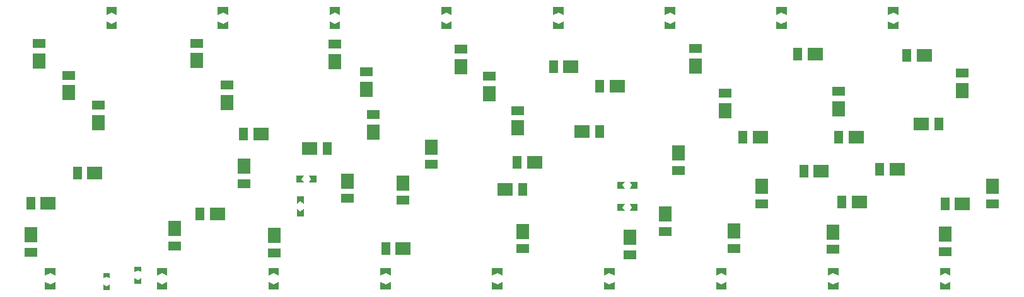
<source format=gtp>
G04 Layer_Color=8421504*
%FSLAX24Y24*%
%MOIN*%
G70*
G01*
G75*
%ADD12R,0.0709X0.0827*%
%ADD13R,0.0709X0.0512*%
%ADD14R,0.0827X0.0709*%
%ADD15R,0.0512X0.0709*%
G36*
X61329Y38848D02*
X61053Y38976D01*
X60778Y38848D01*
Y39262D01*
X61329D01*
Y38848D01*
D02*
G37*
G36*
X55413D02*
X55138Y38976D01*
X54862Y38848D01*
Y39262D01*
X55413D01*
Y38848D01*
D02*
G37*
G36*
X49528D02*
X49252Y38976D01*
X48976Y38848D01*
Y39262D01*
X49528D01*
Y38848D01*
D02*
G37*
G36*
X43622D02*
X43346Y38976D01*
X43071Y38848D01*
Y39262D01*
X43622D01*
Y38848D01*
D02*
G37*
G36*
X37697D02*
X37421Y38976D01*
X37146Y38848D01*
Y39262D01*
X37697D01*
Y38848D01*
D02*
G37*
G36*
X31811D02*
X31535Y38976D01*
X31260Y38848D01*
Y39262D01*
X31811D01*
Y38848D01*
D02*
G37*
G36*
X25896D02*
X25620Y38976D01*
X25344Y38848D01*
Y39262D01*
X25896D01*
Y38848D01*
D02*
G37*
G36*
X20010D02*
X19734Y38976D01*
X19459Y38848D01*
Y39262D01*
X20010D01*
Y38848D01*
D02*
G37*
G36*
X61329Y38100D02*
X60778D01*
Y38514D01*
X61053Y38386D01*
X61329Y38514D01*
Y38100D01*
D02*
G37*
G36*
X55413D02*
X54862D01*
Y38514D01*
X55138Y38386D01*
X55413Y38514D01*
Y38100D01*
D02*
G37*
G36*
X49528D02*
X48976D01*
Y38514D01*
X49252Y38386D01*
X49528Y38514D01*
Y38100D01*
D02*
G37*
G36*
X43622D02*
X43071D01*
Y38514D01*
X43346Y38386D01*
X43622Y38514D01*
Y38100D01*
D02*
G37*
G36*
X37697D02*
X37146D01*
Y38514D01*
X37421Y38386D01*
X37697Y38514D01*
Y38100D01*
D02*
G37*
G36*
X31811D02*
X31260D01*
Y38514D01*
X31535Y38386D01*
X31811Y38514D01*
Y38100D01*
D02*
G37*
G36*
X25896D02*
X25344D01*
Y38514D01*
X25620Y38386D01*
X25896Y38514D01*
Y38100D01*
D02*
G37*
G36*
X20010D02*
X19459D01*
Y38514D01*
X19734Y38386D01*
X20010Y38514D01*
Y38100D01*
D02*
G37*
G36*
X30551Y29970D02*
X30157D01*
X30276Y30148D01*
X30157Y30325D01*
X30551D01*
Y29970D01*
D02*
G37*
G36*
X29764Y30148D02*
X29882Y29970D01*
X29488D01*
Y30325D01*
X29882D01*
X29764Y30148D01*
D02*
G37*
G36*
X47520Y29656D02*
X47126D01*
X47244Y29833D01*
X47126Y30010D01*
X47520D01*
Y29656D01*
D02*
G37*
G36*
X46732Y29833D02*
X46850Y29656D01*
X46457D01*
Y30010D01*
X46850D01*
X46732Y29833D01*
D02*
G37*
G36*
X29882Y28848D02*
X29705Y28967D01*
X29528Y28848D01*
Y29242D01*
X29882D01*
Y28848D01*
D02*
G37*
G36*
X47520Y28474D02*
X47126D01*
X47244Y28652D01*
X47126Y28829D01*
X47520D01*
Y28474D01*
D02*
G37*
G36*
X46732Y28652D02*
X46850Y28474D01*
X46457D01*
Y28829D01*
X46850D01*
X46732Y28652D01*
D02*
G37*
G36*
X29882Y28179D02*
X29528D01*
Y28573D01*
X29705Y28455D01*
X29882Y28573D01*
Y28179D01*
D02*
G37*
G36*
X21289Y25226D02*
X21112Y25305D01*
X20935Y25226D01*
Y25502D01*
X21289D01*
Y25226D01*
D02*
G37*
G36*
X64065Y25039D02*
X63789Y25167D01*
X63514Y25039D01*
Y25453D01*
X64065D01*
Y25039D01*
D02*
G37*
G36*
X58150D02*
X57874Y25167D01*
X57598Y25039D01*
Y25453D01*
X58150D01*
Y25039D01*
D02*
G37*
G36*
X52234D02*
X51959Y25167D01*
X51683Y25039D01*
Y25453D01*
X52234D01*
Y25039D01*
D02*
G37*
G36*
X46319D02*
X46043Y25167D01*
X45768Y25039D01*
Y25453D01*
X46319D01*
Y25039D01*
D02*
G37*
G36*
X40394D02*
X40118Y25167D01*
X39843Y25039D01*
Y25453D01*
X40394D01*
Y25039D01*
D02*
G37*
G36*
X34488D02*
X34213Y25167D01*
X33937Y25039D01*
Y25453D01*
X34488D01*
Y25039D01*
D02*
G37*
G36*
X28573D02*
X28297Y25167D01*
X28022Y25039D01*
Y25453D01*
X28573D01*
Y25039D01*
D02*
G37*
G36*
X22667D02*
X22392Y25167D01*
X22116Y25039D01*
Y25453D01*
X22667D01*
Y25039D01*
D02*
G37*
G36*
X16762D02*
X16486Y25167D01*
X16211Y25039D01*
Y25453D01*
X16762D01*
Y25039D01*
D02*
G37*
G36*
X19636Y24892D02*
X19459Y24970D01*
X19282Y24892D01*
Y25167D01*
X19636D01*
Y24892D01*
D02*
G37*
G36*
X21289Y24616D02*
X20935D01*
Y24892D01*
X21112Y24813D01*
X21289Y24892D01*
Y24616D01*
D02*
G37*
G36*
X64065Y24291D02*
X63514D01*
Y24705D01*
X63789Y24577D01*
X64065Y24705D01*
Y24291D01*
D02*
G37*
G36*
X58150D02*
X57598D01*
Y24705D01*
X57874Y24577D01*
X58150Y24705D01*
Y24291D01*
D02*
G37*
G36*
X52234D02*
X51683D01*
Y24705D01*
X51959Y24577D01*
X52234Y24705D01*
Y24291D01*
D02*
G37*
G36*
X46319D02*
X45768D01*
Y24705D01*
X46043Y24577D01*
X46319Y24705D01*
Y24291D01*
D02*
G37*
G36*
X40394D02*
X39843D01*
Y24705D01*
X40118Y24577D01*
X40394Y24705D01*
Y24291D01*
D02*
G37*
G36*
X34488D02*
X33937D01*
Y24705D01*
X34213Y24577D01*
X34488Y24705D01*
Y24291D01*
D02*
G37*
G36*
X28573D02*
X28022D01*
Y24705D01*
X28297Y24577D01*
X28573Y24705D01*
Y24291D01*
D02*
G37*
G36*
X22667D02*
X22116D01*
Y24705D01*
X22392Y24577D01*
X22667Y24705D01*
Y24291D01*
D02*
G37*
G36*
X16762D02*
X16211D01*
Y24705D01*
X16486Y24577D01*
X16762Y24705D01*
Y24291D01*
D02*
G37*
G36*
X19636Y24281D02*
X19282D01*
Y24557D01*
X19459Y24478D01*
X19636Y24557D01*
Y24281D01*
D02*
G37*
D12*
X26713Y30837D02*
D03*
X41191Y32864D02*
D03*
X63780Y27224D02*
D03*
X57874Y27352D02*
D03*
X52628Y27411D02*
D03*
X47126Y27057D02*
D03*
X41476Y27382D02*
D03*
X28317Y27165D02*
D03*
X54094Y29764D02*
D03*
X49006Y28307D02*
D03*
X35138Y29951D02*
D03*
X32195Y30049D02*
D03*
X66309Y29764D02*
D03*
X49695Y31535D02*
D03*
X36644Y31850D02*
D03*
X39695Y34665D02*
D03*
X33209Y34921D02*
D03*
X25817Y34222D02*
D03*
X17470Y34724D02*
D03*
X23071Y27539D02*
D03*
X15472Y27205D02*
D03*
X50591Y36152D02*
D03*
X38199Y36122D02*
D03*
X31545Y36378D02*
D03*
X24213Y36427D02*
D03*
X15896Y36398D02*
D03*
X52146Y33770D02*
D03*
X58169Y33888D02*
D03*
X64685Y34843D02*
D03*
X19035Y33150D02*
D03*
X33553Y32638D02*
D03*
D13*
X26713Y29911D02*
D03*
X41191Y33789D02*
D03*
X63780Y26299D02*
D03*
X57874Y26427D02*
D03*
X52628Y26486D02*
D03*
X47126Y26132D02*
D03*
X41476Y26457D02*
D03*
X28317Y26240D02*
D03*
X54094Y28839D02*
D03*
X49006Y27382D02*
D03*
X35138Y29026D02*
D03*
X32195Y29124D02*
D03*
X66309Y28839D02*
D03*
X49695Y30610D02*
D03*
X36644Y30925D02*
D03*
X39695Y35591D02*
D03*
X33209Y35846D02*
D03*
X25817Y35148D02*
D03*
X17470Y35650D02*
D03*
X23071Y26614D02*
D03*
X15472Y26280D02*
D03*
X50591Y37077D02*
D03*
X38199Y37047D02*
D03*
X31545Y37303D02*
D03*
X24213Y37352D02*
D03*
X15896Y37323D02*
D03*
X52146Y34695D02*
D03*
X58169Y34813D02*
D03*
X64685Y35768D02*
D03*
X19035Y34075D02*
D03*
X33553Y33563D02*
D03*
D14*
X18839Y30472D02*
D03*
X62539Y33081D02*
D03*
X59085Y32382D02*
D03*
X54026D02*
D03*
X44596Y32657D02*
D03*
X35138Y26476D02*
D03*
X64705Y28839D02*
D03*
X59262Y28927D02*
D03*
X40541Y29616D02*
D03*
X61260Y30659D02*
D03*
X57244Y30581D02*
D03*
X42087Y31033D02*
D03*
X30197Y31772D02*
D03*
X62697Y36693D02*
D03*
X56919Y36762D02*
D03*
X44006Y36122D02*
D03*
X46467Y35069D02*
D03*
X16378Y28858D02*
D03*
X25325Y28307D02*
D03*
X27628Y32549D02*
D03*
D15*
X17913Y30472D02*
D03*
X63465Y33081D02*
D03*
X58159Y32382D02*
D03*
X53100D02*
D03*
X45522Y32657D02*
D03*
X34213Y26476D02*
D03*
X63780Y28839D02*
D03*
X58337Y28927D02*
D03*
X41467Y29616D02*
D03*
X60335Y30659D02*
D03*
X56319Y30581D02*
D03*
X41161Y31033D02*
D03*
X31122Y31772D02*
D03*
X61772Y36693D02*
D03*
X55994Y36762D02*
D03*
X43081Y36122D02*
D03*
X45541Y35069D02*
D03*
X15453Y28858D02*
D03*
X24400Y28307D02*
D03*
X26703Y32549D02*
D03*
M02*

</source>
